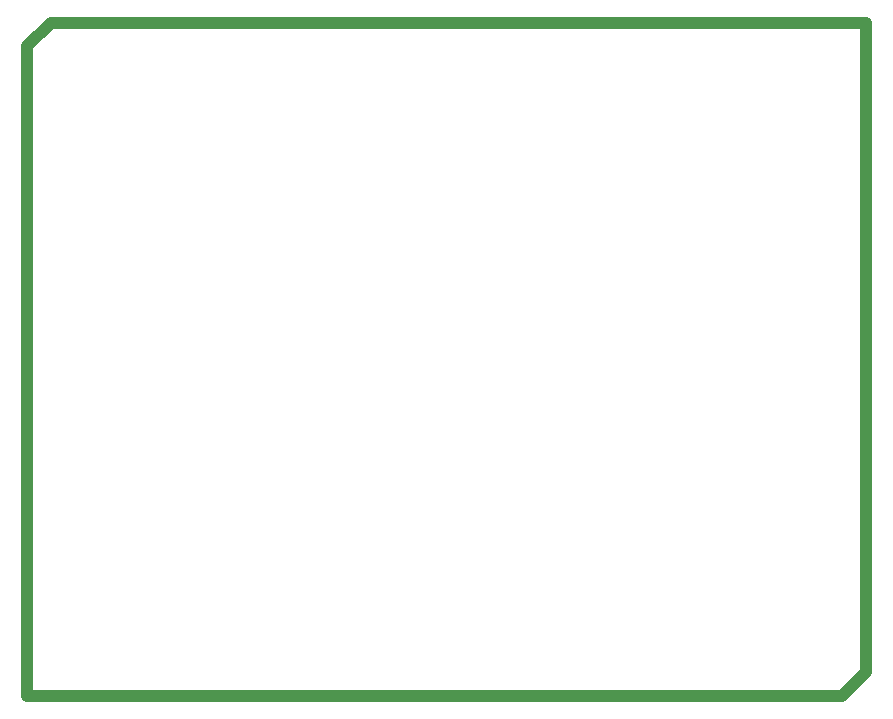
<source format=gko>
G04*
G04 #@! TF.GenerationSoftware,Altium Limited,Altium Designer,23.1.1 (15)*
G04*
G04 Layer_Color=16711935*
%FSLAX42Y42*%
%MOMM*%
G71*
G04*
G04 #@! TF.SameCoordinates,2A6C1220-FB5B-44CC-9D41-84C089C77491*
G04*
G04*
G04 #@! TF.FilePolarity,Positive*
G04*
G01*
G75*
%ADD47C,1.00*%
D47*
X-0Y5500D02*
X0Y0D01*
X-0Y5500D02*
X200Y5700D01*
X0Y0D02*
X6900D01*
X200Y5700D02*
X7100Y5700D01*
Y200D02*
Y5700D01*
X6900Y0D02*
X7100Y200D01*
M02*

</source>
